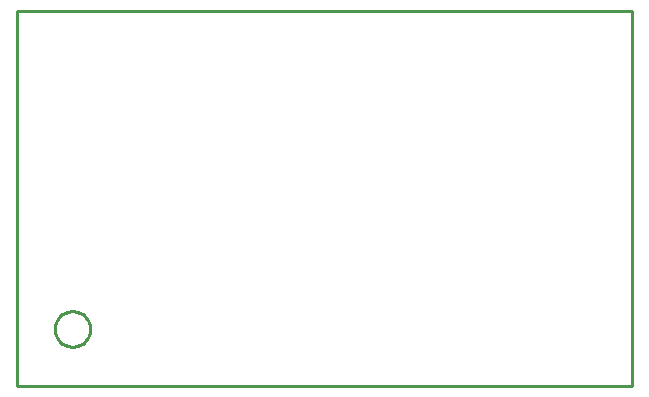
<source format=gbr>
G04 EAGLE Gerber RS-274X export*
G75*
%MOMM*%
%FSLAX34Y34*%
%LPD*%
%IN*%
%IPPOS*%
%AMOC8*
5,1,8,0,0,1.08239X$1,22.5*%
G01*
%ADD10C,0.254000*%


D10*
X25400Y241300D02*
X546100Y241300D01*
X546100Y558800D01*
X25400Y558800D01*
X25400Y241300D01*
X87390Y289024D02*
X87314Y287956D01*
X87161Y286895D01*
X86933Y285848D01*
X86631Y284820D01*
X86257Y283816D01*
X85812Y282841D01*
X85298Y281901D01*
X84719Y281000D01*
X84077Y280142D01*
X83375Y279332D01*
X82618Y278575D01*
X81808Y277873D01*
X80950Y277231D01*
X80049Y276652D01*
X79109Y276138D01*
X78134Y275693D01*
X77130Y275319D01*
X76102Y275017D01*
X75055Y274789D01*
X73994Y274636D01*
X72926Y274560D01*
X71854Y274560D01*
X70786Y274636D01*
X69725Y274789D01*
X68678Y275017D01*
X67650Y275319D01*
X66646Y275693D01*
X65671Y276138D01*
X64731Y276652D01*
X63830Y277231D01*
X62972Y277873D01*
X62162Y278575D01*
X61405Y279332D01*
X60703Y280142D01*
X60061Y281000D01*
X59482Y281901D01*
X58968Y282841D01*
X58523Y283816D01*
X58149Y284820D01*
X57847Y285848D01*
X57619Y286895D01*
X57466Y287956D01*
X57390Y289024D01*
X57390Y290096D01*
X57466Y291164D01*
X57619Y292225D01*
X57847Y293272D01*
X58149Y294300D01*
X58523Y295304D01*
X58968Y296279D01*
X59482Y297219D01*
X60061Y298120D01*
X60703Y298978D01*
X61405Y299788D01*
X62162Y300545D01*
X62972Y301247D01*
X63830Y301889D01*
X64731Y302468D01*
X65671Y302982D01*
X66646Y303427D01*
X67650Y303801D01*
X68678Y304103D01*
X69725Y304331D01*
X70786Y304484D01*
X71854Y304560D01*
X72926Y304560D01*
X73994Y304484D01*
X75055Y304331D01*
X76102Y304103D01*
X77130Y303801D01*
X78134Y303427D01*
X79109Y302982D01*
X80049Y302468D01*
X80950Y301889D01*
X81808Y301247D01*
X82618Y300545D01*
X83375Y299788D01*
X84077Y298978D01*
X84719Y298120D01*
X85298Y297219D01*
X85812Y296279D01*
X86257Y295304D01*
X86631Y294300D01*
X86933Y293272D01*
X87161Y292225D01*
X87314Y291164D01*
X87390Y290096D01*
X87390Y289024D01*
M02*

</source>
